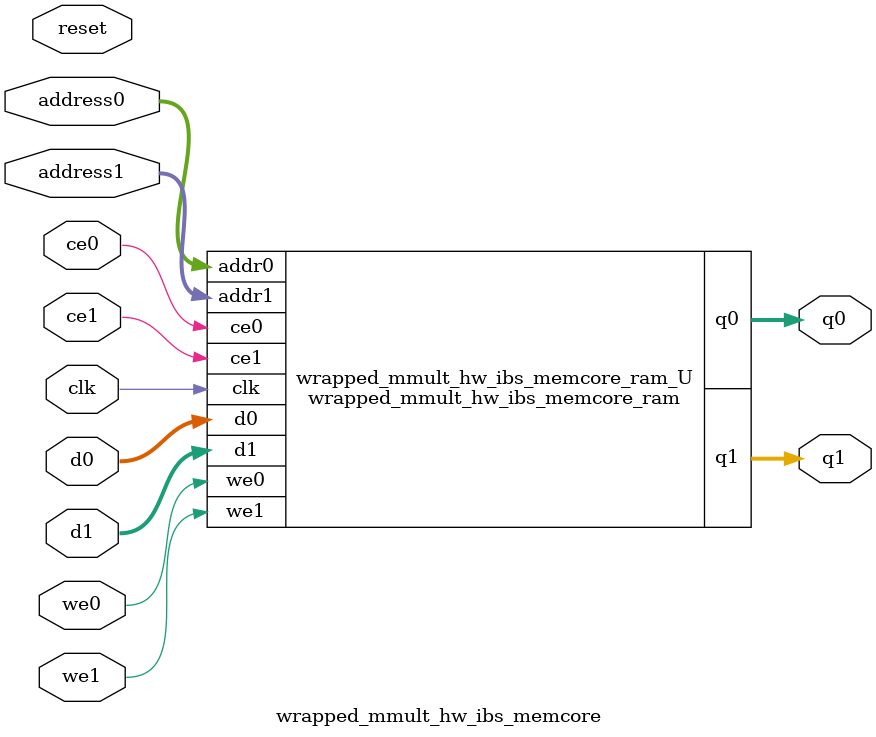
<source format=v>

`timescale 1 ns / 1 ps
module wrapped_mmult_hw_ibs_memcore_ram (addr0, ce0, d0, we0, q0, addr1, ce1, d1, we1, q1,  clk);

parameter DWIDTH = 32;
parameter AWIDTH = 3;
parameter MEM_SIZE = 6;

input[AWIDTH-1:0] addr0;
input ce0;
input[DWIDTH-1:0] d0;
input we0;
output reg[DWIDTH-1:0] q0;
input[AWIDTH-1:0] addr1;
input ce1;
input[DWIDTH-1:0] d1;
input we1;
output reg[DWIDTH-1:0] q1;
input clk;

(* ram_style = "distributed" *)reg [DWIDTH-1:0] ram[0:MEM_SIZE-1];




always @(posedge clk)  
begin 
    if (ce0) 
    begin
        if (we0) 
        begin 
            ram[addr0] <= d0; 
            q0 <= d0;
        end 
        else 
            q0 <= ram[addr0];
    end
end


always @(posedge clk)  
begin 
    if (ce1) 
    begin
        if (we1) 
        begin 
            ram[addr1] <= d1; 
            q1 <= d1;
        end 
        else 
            q1 <= ram[addr1];
    end
end


endmodule


`timescale 1 ns / 1 ps
module wrapped_mmult_hw_ibs_memcore(
    reset,
    clk,
    address0,
    ce0,
    we0,
    d0,
    q0,
    address1,
    ce1,
    we1,
    d1,
    q1);

parameter DataWidth = 32'd32;
parameter AddressRange = 32'd6;
parameter AddressWidth = 32'd3;
input reset;
input clk;
input[AddressWidth - 1:0] address0;
input ce0;
input we0;
input[DataWidth - 1:0] d0;
output[DataWidth - 1:0] q0;
input[AddressWidth - 1:0] address1;
input ce1;
input we1;
input[DataWidth - 1:0] d1;
output[DataWidth - 1:0] q1;



wrapped_mmult_hw_ibs_memcore_ram wrapped_mmult_hw_ibs_memcore_ram_U(
    .clk( clk ),
    .addr0( address0 ),
    .ce0( ce0 ),
    .d0( d0 ),
    .we0( we0 ),
    .q0( q0 ),
    .addr1( address1 ),
    .ce1( ce1 ),
    .d1( d1 ),
    .we1( we1 ),
    .q1( q1 ));

endmodule


</source>
